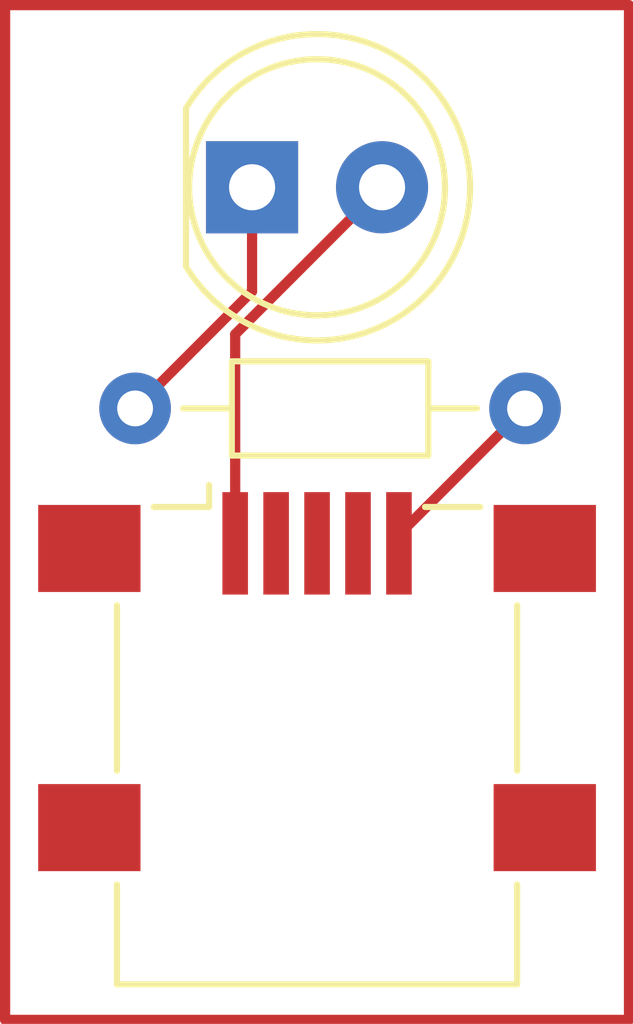
<source format=kicad_pcb>
(kicad_pcb (version 20240108) (generator "pcbnew") (generator_version "8.0")
  (layers (0 "F.Cu" signal) (31 "B.Cu" signal) (34 "B.Paste" user) (35 "F.Paste" user) (36 "B.SilkS" user "B.Silkscreen") (37 "F.SilkS" user "F.Silkscreen") (38 "B.Mask" user) (39 "F.Mask" user) (44 "Edge.Cuts" user))
  (net 0 "")
  (footprint "Resistor_THT:R_Axial_DIN0204_L3.6mm_D1.6mm_P7.62mm_Horizontal" (layer "F.Cu") (at 161.29 99.568)
    (property "Reference" "REF**" (hide yes))
    (property "Value" "R_Axial_DIN0204_L3.6mm_D1.6mm_P7.62mm_Horizontal" (hide yes))
    (fp_line (start 0.94 0) (end 1.89 0) (stroke (width 0.12)) (layer "F.SilkS"))
    (fp_line (start 1.89 -0.92) (end 1.89 0.92) (stroke (width 0.12)) (layer "F.SilkS"))
    (fp_line (start 1.89 0.92) (end 5.73 0.92) (stroke (width 0.12)) (layer "F.SilkS"))
    (fp_line (start 5.73 -0.92) (end 1.89 -0.92) (stroke (width 0.12)) (layer "F.SilkS"))
    (fp_line (start 5.73 0.92) (end 5.73 -0.92) (stroke (width 0.12)) (layer "F.SilkS"))
    (fp_line (start 6.68 0) (end 5.73 0) (stroke (width 0.12)) (layer "F.SilkS"))
    (pad "1" thru_hole circle (at 0 0) (size 1.4 1.4) (drill 0.7) (layers "*.Cu" "*.Mask"))
    (pad "2" thru_hole oval (at 7.62 0) (size 1.4 1.4) (drill 0.7) (layers "*.Cu" "*.Mask"))
  )
  (footprint "Connector_USB:USB_Mini-B_Lumberg_2486_01_Horizontal" (layer "F.Cu") (at 164.846 104.902)
    (property "Reference" "REF**" (hide yes))
    (property "Value" "USB_Mini-B_Lumberg_2486_01_Horizontal" (hide yes))
    (fp_line (start -3.91 1.74) (end -3.91 -1.49) (stroke (width 0.12)) (layer "F.SilkS"))
    (fp_line (start -3.91 5.91) (end -3.91 3.96) (stroke (width 0.12)) (layer "F.SilkS"))
    (fp_line (start -3.19 -3.41) (end -2.11 -3.41) (stroke (width 0.12)) (layer "F.SilkS"))
    (fp_line (start -2.11 -3.41) (end -2.11 -3.84) (stroke (width 0.12)) (layer "F.SilkS"))
    (fp_line (start 2.11 -3.41) (end 3.19 -3.41) (stroke (width 0.12)) (layer "F.SilkS"))
    (fp_line (start 3.91 1.74) (end 3.91 -1.49) (stroke (width 0.12)) (layer "F.SilkS"))
    (fp_line (start 3.91 5.91) (end -3.91 5.91) (stroke (width 0.12)) (layer "F.SilkS"))
    (fp_line (start 3.91 5.91) (end 3.91 3.96) (stroke (width 0.12)) (layer "F.SilkS"))
    (pad "" np_thru_hole circle (at -2.2 0) (size 1 1) (drill 1) (layers "*.Cu" "*.Mask"))
    (pad "" np_thru_hole circle (at 2.2 0) (size 1 1) (drill 1) (layers "*.Cu" "*.Mask"))
    (pad "1" smd rect (at -1.6 -2.7) (size 0.5 2) (layers "F.Cu" "F.Paste" "F.Mask"))
    (pad "2" smd rect (at -0.8 -2.7) (size 0.5 2) (layers "F.Cu" "F.Paste" "F.Mask"))
    (pad "3" smd rect (at 0 -2.7) (size 0.5 2) (layers "F.Cu" "F.Paste" "F.Mask"))
    (pad "4" smd rect (at 0.8 -2.7) (size 0.5 2) (layers "F.Cu" "F.Paste" "F.Mask"))
    (pad "5" smd rect (at 1.6 -2.7) (size 0.5 2) (layers "F.Cu" "F.Paste" "F.Mask"))
    (pad "6" smd rect (at -4.45 -2.6) (size 2 1.7) (layers "F.Cu" "F.Paste" "F.Mask"))
    (pad "6" smd rect (at -4.45 2.85) (size 2 1.7) (layers "F.Cu" "F.Paste" "F.Mask"))
    (pad "6" smd rect (at 4.45 -2.6) (size 2 1.7) (layers "F.Cu" "F.Paste" "F.Mask"))
    (pad "6" smd rect (at 4.45 2.85) (size 2 1.7) (layers "F.Cu" "F.Paste" "F.Mask"))
  )
  (footprint "LED_THT:LED_D5.0mm" (layer "F.Cu") (at 163.576 95.25)
    (property "Reference" "REF**" (hide yes))
    (property "Value" "LED_D5.0mm" (hide yes))
    (fp_line (start -1.29 -1.545) (end -1.29 1.545) (stroke (width 0.12)) (layer "F.SilkS"))
    (fp_arc (start -1.29 -1.54483) (mid 2.072002 -2.880433) (end 4.26 0.000462) (stroke (width 0.12)) (layer "F.SilkS"))
    (fp_arc (start 4.26 -0.000462) (mid 2.072002 2.880433) (end -1.29 1.54483) (stroke (width 0.12)) (layer "F.SilkS"))
    (fp_circle (center 1.27 0) (end 3.77 0) (stroke (width 0.12)) (fill none) (layer "F.SilkS"))
    (pad "1" thru_hole rect (at 0 0) (size 1.8 1.8) (drill 0.9) (layers "*.Cu" "*.Mask"))
    (pad "2" thru_hole circle (at 2.54 0) (size 1.8 1.8) (drill 0.9) (layers "*.Cu" "*.Mask"))
  )
  (gr_rect (start 158.75 91.694) (end 170.942 111.506) (stroke (width 0.2)) (fill none) (layer "F.Cu"))
  (segment (start 163.576 95.25) (end 163.576 97.282) (width 0.2) (layer "F.Cu") (net 0))
  (segment (start 163.246 98.12) (end 166.116 95.25) (width 0.2) (layer "F.Cu") (net 0))
  (segment (start 163.246 102.202) (end 163.246 98.12) (width 0.2) (layer "F.Cu") (net 0))
  (segment (start 166.446 102.032) (end 168.91 99.568) (width 0.2) (layer "F.Cu") (net 0))
  (segment (start 166.446 102.202) (end 166.446 102.032) (width 0.2) (layer "F.Cu") (net 0))
  (segment (start 163.576 97.282) (end 161.29 99.568) (width 0.2) (layer "F.Cu") (net 0))
)
</source>
